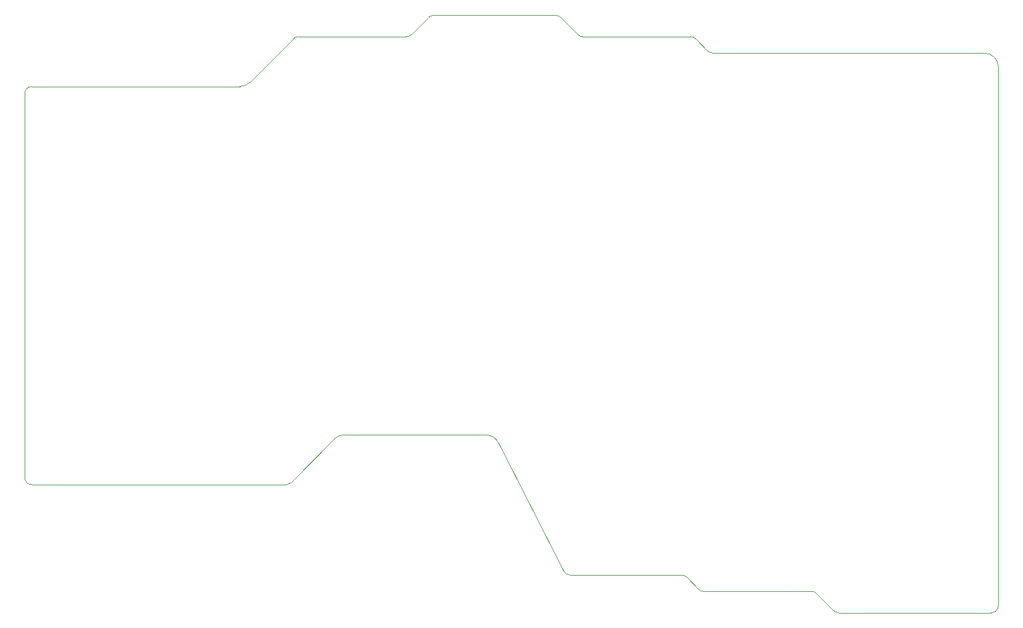
<source format=gm1>
G04 #@! TF.GenerationSoftware,KiCad,Pcbnew,7.0.2*
G04 #@! TF.CreationDate,2023-04-26T23:36:07+03:00*
G04 #@! TF.ProjectId,mriya-bottom-plate,6d726979-612d-4626-9f74-746f6d2d706c,0.9*
G04 #@! TF.SameCoordinates,Original*
G04 #@! TF.FileFunction,Profile,NP*
%FSLAX46Y46*%
G04 Gerber Fmt 4.6, Leading zero omitted, Abs format (unit mm)*
G04 Created by KiCad (PCBNEW 7.0.2) date 2023-04-26 23:36:08*
%MOMM*%
%LPD*%
G01*
G04 APERTURE LIST*
G04 #@! TA.AperFunction,Profile*
%ADD10C,0.100000*%
G04 #@! TD*
G04 APERTURE END LIST*
D10*
X164714214Y-124300000D02*
X186200000Y-124300000D01*
X186200000Y-124300000D02*
G75*
G03*
X187200000Y-123300000I0J1000000D01*
G01*
X143292879Y-119292907D02*
G75*
G03*
X142585786Y-119000000I-707079J-706993D01*
G01*
X146307100Y-45307114D02*
G75*
G03*
X147014214Y-45600000I707100J707114D01*
G01*
X126022151Y-118452637D02*
X116855699Y-100394726D01*
X50200000Y-51300000D02*
X50200000Y-105300000D01*
X95128427Y-99300020D02*
G75*
G03*
X93714215Y-99885787I-27J-1999980D01*
G01*
X145714214Y-121300000D02*
X160885786Y-121300000D01*
X116855692Y-100394730D02*
G75*
G03*
X115072309Y-99300000I-1783392J-905270D01*
G01*
X125592900Y-40592886D02*
G75*
G03*
X124885786Y-40300000I-707100J-707114D01*
G01*
X88007107Y-43592893D02*
X81885786Y-49714214D01*
X51200000Y-50300000D02*
X80471573Y-50300000D01*
X187200000Y-47600000D02*
G75*
G03*
X185200000Y-45600000I-2000000J0D01*
G01*
X126022163Y-118452631D02*
G75*
G03*
X126913846Y-119000000I891637J452531D01*
G01*
X164007100Y-124007114D02*
G75*
G03*
X164714214Y-124300000I707100J707114D01*
G01*
X107714214Y-40300039D02*
G75*
G03*
X107007107Y-40592893I-14J-1000061D01*
G01*
X187200001Y-47800000D02*
G75*
G03*
X187200001Y-47800000I-1J0D01*
G01*
X51200000Y-106300000D02*
X86885786Y-106300000D01*
X144592900Y-43592886D02*
G75*
G03*
X143885786Y-43300000I-707100J-707114D01*
G01*
X88714214Y-43300039D02*
G75*
G03*
X88007107Y-43592893I-14J-1000061D01*
G01*
X103885786Y-43299961D02*
G75*
G03*
X104592893Y-43007107I14J1000061D01*
G01*
X145007107Y-121007107D02*
X143292893Y-119292893D01*
X185200001Y-45600000D02*
G75*
G03*
X185200001Y-45600000I-1J0D01*
G01*
X128714214Y-43300000D02*
X143885786Y-43300000D01*
X51200000Y-50300000D02*
G75*
G03*
X50200000Y-51300000I0J-1000000D01*
G01*
X88714214Y-43300000D02*
X103885786Y-43300000D01*
X128007100Y-43007114D02*
G75*
G03*
X128714214Y-43300000I707100J707114D01*
G01*
X142585786Y-119000000D02*
X126913846Y-119000000D01*
X125592893Y-40592893D02*
X128007107Y-43007107D01*
X145007100Y-121007114D02*
G75*
G03*
X145714214Y-121300000I707100J707114D01*
G01*
X87592893Y-106007107D02*
X93714214Y-99885786D01*
X107714214Y-40300000D02*
X124885786Y-40300000D01*
X187200001Y-47800000D02*
G75*
G03*
X187200001Y-47800000I-1J0D01*
G01*
X50200000Y-105300000D02*
G75*
G03*
X51200000Y-106300000I1000000J0D01*
G01*
X80471573Y-50300022D02*
G75*
G03*
X81885786Y-49714214I-73J2000122D01*
G01*
X161592900Y-121592886D02*
G75*
G03*
X160885786Y-121300000I-707100J-707114D01*
G01*
X144592893Y-43592893D02*
X146307107Y-45307107D01*
X164007107Y-124007107D02*
X161592893Y-121592893D01*
X187200000Y-123300000D02*
X187200000Y-47600000D01*
X107007107Y-40592893D02*
X104592893Y-43007107D01*
X95128427Y-99300000D02*
X115072309Y-99300000D01*
X86885786Y-106299961D02*
G75*
G03*
X87592893Y-106007107I14J1000061D01*
G01*
X147014214Y-45600000D02*
X185200000Y-45600000D01*
M02*

</source>
